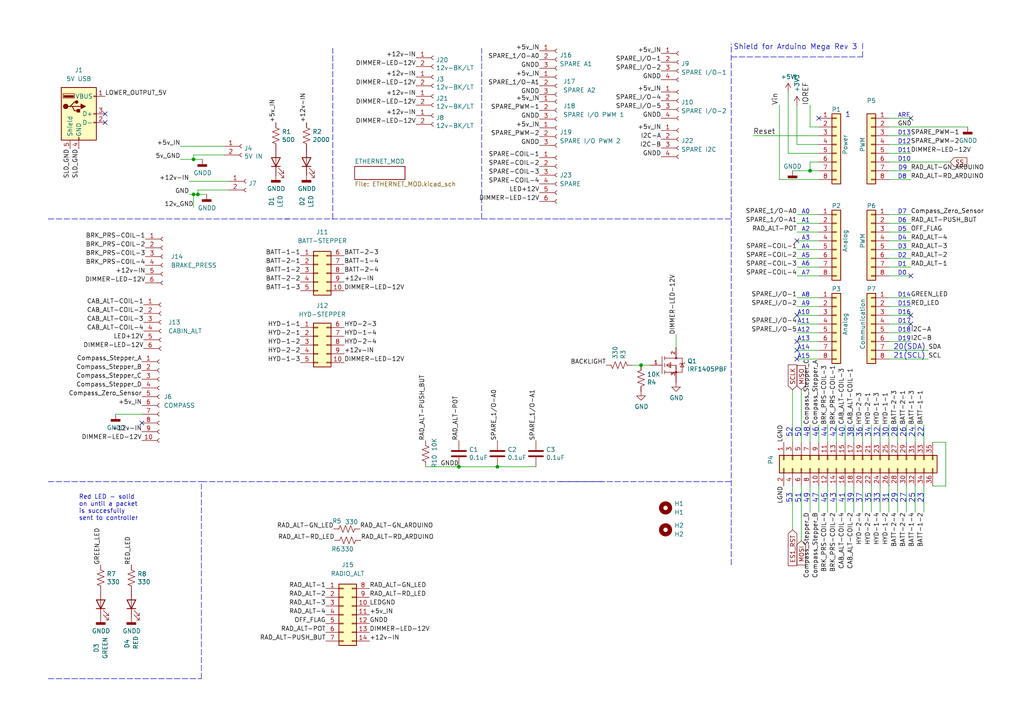
<source format=kicad_sch>
(kicad_sch (version 20211123) (generator eeschema)
  (paper "A4")
  (title_block (date "mar. 31 mars 2015"))
  (lib_symbols
    (symbol "Connector:Conn_01x02_Female" (pin_names (offset 1.016) hide)
      (property "Reference" "J" (at 0 2.54 0))
      (property "Value" "Conn_01x02_Female" (at 0 -5.08 0))
      (symbol "Conn_01x02_Female_1_1"
        (pin passive line (at -5.08 0 0) (length 3.81) (name "Pin_1") (number "1"))
        (pin passive line (at -5.08 -2.54 0) (length 3.81) (name "Pin_2") (number "2"))
      )
    )
    (symbol "Connector:Conn_01x03_Female" (pin_names (offset 1.016) hide)
      (property "Reference" "J" (at 0 5.08 0))
      (property "Value" "Conn_01x03_Female" (at 0 -5.08 0))
      (symbol "Conn_01x03_Female_1_1"
        (pin passive line (at -5.08 2.54 0) (length 3.81) (name "Pin_1") (number "1"))
        (pin passive line (at -5.08 0 0) (length 3.81) (name "Pin_2") (number "2"))
        (pin passive line (at -5.08 -2.54 0) (length 3.81) (name "Pin_3") (number "3"))
      )
    )
    (symbol "Connector:Conn_01x04_Female" (pin_names (offset 1.016) hide)
      (property "Reference" "J" (at 0 5.08 0))
      (property "Value" "Conn_01x04_Female" (at 0 -7.62 0))
      (symbol "Conn_01x04_Female_1_1"
        (pin passive line (at -5.08 2.54 0) (length 3.81) (name "Pin_1") (number "1"))
        (pin passive line (at -5.08 0 0) (length 3.81) (name "Pin_2") (number "2"))
        (pin passive line (at -5.08 -2.54 0) (length 3.81) (name "Pin_3") (number "3"))
        (pin passive line (at -5.08 -5.08 0) (length 3.81) (name "Pin_4") (number "4"))
      )
    )
    (symbol "Connector:Conn_01x06_Female" (pin_names (offset 1.016) hide)
      (property "Reference" "J" (at 0 7.62 0))
      (property "Value" "Conn_01x06_Female" (at 0 -10.16 0))
      (symbol "Conn_01x06_Female_1_1"
        (pin passive line (at -5.08 5.08 0) (length 3.81) (name "Pin_1") (number "1"))
        (pin passive line (at -5.08 2.54 0) (length 3.81) (name "Pin_2") (number "2"))
        (pin passive line (at -5.08 0 0) (length 3.81) (name "Pin_3") (number "3"))
        (pin passive line (at -5.08 -2.54 0) (length 3.81) (name "Pin_4") (number "4"))
        (pin passive line (at -5.08 -5.08 0) (length 3.81) (name "Pin_5") (number "5"))
        (pin passive line (at -5.08 -7.62 0) (length 3.81) (name "Pin_6") (number "6"))
      )
    )
    (symbol "Connector:Conn_01x10_Female" (pin_names (offset 1.016) hide)
      (property "Reference" "J" (at 0 12.7 0))
      (property "Value" "Conn_01x10_Female" (at 0 -15.24 0))
      (symbol "Conn_01x10_Female_1_1"
        (pin passive line (at -5.08 10.16 0) (length 3.81) (name "Pin_1") (number "1"))
        (pin passive line (at -5.08 -12.7 0) (length 3.81) (name "Pin_10") (number "10"))
        (pin passive line (at -5.08 7.62 0) (length 3.81) (name "Pin_2") (number "2"))
        (pin passive line (at -5.08 5.08 0) (length 3.81) (name "Pin_3") (number "3"))
        (pin passive line (at -5.08 2.54 0) (length 3.81) (name "Pin_4") (number "4"))
        (pin passive line (at -5.08 0 0) (length 3.81) (name "Pin_5") (number "5"))
        (pin passive line (at -5.08 -2.54 0) (length 3.81) (name "Pin_6") (number "6"))
        (pin passive line (at -5.08 -5.08 0) (length 3.81) (name "Pin_7") (number "7"))
        (pin passive line (at -5.08 -7.62 0) (length 3.81) (name "Pin_8") (number "8"))
        (pin passive line (at -5.08 -10.16 0) (length 3.81) (name "Pin_9") (number "9"))
      )
    )
    (symbol "Connector:USB_A" (pin_names (offset 1.016))
      (property "Reference" "J" (at -5.08 11.43 0))
      (property "Value" "USB_A" (at -5.08 8.89 0))
      (symbol "USB_A_1_1"
        (pin power_in line (at 7.62 5.08 180) (length 2.54) (name "VBUS") (number "1"))
        (pin bidirectional line (at 7.62 -2.54 180) (length 2.54) (name "D-") (number "2"))
        (pin bidirectional line (at 7.62 0 180) (length 2.54) (name "D+") (number "3"))
        (pin power_in line (at 0 -10.16 90) (length 2.54) (name "GND") (number "4"))
        (pin passive line (at -2.54 -10.16 90) (length 2.54) (name "Shield") (number "5"))
      )
    )
    (symbol "Connector_Generic:Conn_01x08" (pin_names (offset 1.016) hide)
      (property "Reference" "J" (at 0 10.16 0))
      (property "Value" "Conn_01x08" (at 0 -12.7 0))
      (symbol "Conn_01x08_1_1"
        (pin passive line (at -5.08 7.62 0) (length 3.81) (name "Pin_1") (number "1"))
        (pin passive line (at -5.08 5.08 0) (length 3.81) (name "Pin_2") (number "2"))
        (pin passive line (at -5.08 2.54 0) (length 3.81) (name "Pin_3") (number "3"))
        (pin passive line (at -5.08 0 0) (length 3.81) (name "Pin_4") (number "4"))
        (pin passive line (at -5.08 -2.54 0) (length 3.81) (name "Pin_5") (number "5"))
        (pin passive line (at -5.08 -5.08 0) (length 3.81) (name "Pin_6") (number "6"))
        (pin passive line (at -5.08 -7.62 0) (length 3.81) (name "Pin_7") (number "7"))
        (pin passive line (at -5.08 -10.16 0) (length 3.81) (name "Pin_8") (number "8"))
      )
    )
    (symbol "Connector_Generic:Conn_02x05_Top_Bottom" (pin_names (offset 1.016) hide)
      (property "Reference" "J" (at 1.27 7.62 0))
      (property "Value" "Conn_02x05_Top_Bottom" (at 1.27 -7.62 0))
      (symbol "Conn_02x05_Top_Bottom_1_1"
        (pin passive line (at -5.08 5.08 0) (length 3.81) (name "Pin_1") (number "1"))
        (pin passive line (at 7.62 -5.08 180) (length 3.81) (name "Pin_10") (number "10"))
        (pin passive line (at -5.08 2.54 0) (length 3.81) (name "Pin_2") (number "2"))
        (pin passive line (at -5.08 0 0) (length 3.81) (name "Pin_3") (number "3"))
        (pin passive line (at -5.08 -2.54 0) (length 3.81) (name "Pin_4") (number "4"))
        (pin passive line (at -5.08 -5.08 0) (length 3.81) (name "Pin_5") (number "5"))
        (pin passive line (at 7.62 5.08 180) (length 3.81) (name "Pin_6") (number "6"))
        (pin passive line (at 7.62 2.54 180) (length 3.81) (name "Pin_7") (number "7"))
        (pin passive line (at 7.62 0 180) (length 3.81) (name "Pin_8") (number "8"))
        (pin passive line (at 7.62 -2.54 180) (length 3.81) (name "Pin_9") (number "9"))
      )
    )
    (symbol "Connector_Generic:Conn_02x07_Top_Bottom" (pin_names (offset 1.016) hide)
      (property "Reference" "J" (at 1.27 10.16 0))
      (property "Value" "Conn_02x07_Top_Bottom" (at 1.27 -10.16 0))
      (symbol "Conn_02x07_Top_Bottom_1_1"
        (pin passive line (at -5.08 7.62 0) (length 3.81) (name "Pin_1") (number "1"))
        (pin passive line (at 7.62 2.54 180) (length 3.81) (name "Pin_10") (number "10"))
        (pin passive line (at 7.62 0 180) (length 3.81) (name "Pin_11") (number "11"))
        (pin passive line (at 7.62 -2.54 180) (length 3.81) (name "Pin_12") (number "12"))
        (pin passive line (at 7.62 -5.08 180) (length 3.81) (name "Pin_13") (number "13"))
        (pin passive line (at 7.62 -7.62 180) (length 3.81) (name "Pin_14") (number "14"))
        (pin passive line (at -5.08 5.08 0) (length 3.81) (name "Pin_2") (number "2"))
        (pin passive line (at -5.08 2.54 0) (length 3.81) (name "Pin_3") (number "3"))
        (pin passive line (at -5.08 0 0) (length 3.81) (name "Pin_4") (number "4"))
        (pin passive line (at -5.08 -2.54 0) (length 3.81) (name "Pin_5") (number "5"))
        (pin passive line (at -5.08 -5.08 0) (length 3.81) (name "Pin_6") (number "6"))
        (pin passive line (at -5.08 -7.62 0) (length 3.81) (name "Pin_7") (number "7"))
        (pin passive line (at 7.62 7.62 180) (length 3.81) (name "Pin_8") (number "8"))
        (pin passive line (at 7.62 5.08 180) (length 3.81) (name "Pin_9") (number "9"))
      )
    )
    (symbol "Connector_Generic:Conn_02x18_Odd_Even" (pin_names (offset 1.016) hide)
      (property "Reference" "J" (at 1.27 22.86 0))
      (property "Value" "Conn_02x18_Odd_Even" (at 1.27 -25.4 0))
      (symbol "Conn_02x18_Odd_Even_1_1"
        (pin passive line (at -5.08 20.32 0) (length 3.81) (name "Pin_1") (number "1"))
        (pin passive line (at 7.62 10.16 180) (length 3.81) (name "Pin_10") (number "10"))
        (pin passive line (at -5.08 7.62 0) (length 3.81) (name "Pin_11") (number "11"))
        (pin passive line (at 7.62 7.62 180) (length 3.81) (name "Pin_12") (number "12"))
        (pin passive line (at -5.08 5.08 0) (length 3.81) (name "Pin_13") (number "13"))
        (pin passive line (at 7.62 5.08 180) (length 3.81) (name "Pin_14") (number "14"))
        (pin passive line (at -5.08 2.54 0) (length 3.81) (name "Pin_15") (number "15"))
        (pin passive line (at 7.62 2.54 180) (length 3.81) (name "Pin_16") (number "16"))
        (pin passive line (at -5.08 0 0) (length 3.81) (name "Pin_17") (number "17"))
        (pin passive line (at 7.62 0 180) (length 3.81) (name "Pin_18") (number "18"))
        (pin passive line (at -5.08 -2.54 0) (length 3.81) (name "Pin_19") (number "19"))
        (pin passive line (at 7.62 20.32 180) (length 3.81) (name "Pin_2") (number "2"))
        (pin passive line (at 7.62 -2.54 180) (length 3.81) (name "Pin_20") (number "20"))
        (pin passive line (at -5.08 -5.08 0) (length 3.81) (name "Pin_21") (number "21"))
        (pin passive line (at 7.62 -5.08 180) (length 3.81) (name "Pin_22") (number "22"))
        (pin passive line (at -5.08 -7.62 0) (length 3.81) (name "Pin_23") (number "23"))
        (pin passive line (at 7.62 -7.62 180) (length 3.81) (name "Pin_24") (number "24"))
        (pin passive line (at -5.08 -10.16 0) (length 3.81) (name "Pin_25") (number "25"))
        (pin passive line (at 7.62 -10.16 180) (length 3.81) (name "Pin_26") (number "26"))
        (pin passive line (at -5.08 -12.7 0) (length 3.81) (name "Pin_27") (number "27"))
        (pin passive line (at 7.62 -12.7 180) (length 3.81) (name "Pin_28") (number "28"))
        (pin passive line (at -5.08 -15.24 0) (length 3.81) (name "Pin_29") (number "29"))
        (pin passive line (at -5.08 17.78 0) (length 3.81) (name "Pin_3") (number "3"))
        (pin passive line (at 7.62 -15.24 180) (length 3.81) (name "Pin_30") (number "30"))
        (pin passive line (at -5.08 -17.78 0) (length 3.81) (name "Pin_31") (number "31"))
        (pin passive line (at 7.62 -17.78 180) (length 3.81) (name "Pin_32") (number "32"))
        (pin passive line (at -5.08 -20.32 0) (length 3.81) (name "Pin_33") (number "33"))
        (pin passive line (at 7.62 -20.32 180) (length 3.81) (name "Pin_34") (number "34"))
        (pin passive line (at -5.08 -22.86 0) (length 3.81) (name "Pin_35") (number "35"))
        (pin passive line (at 7.62 -22.86 180) (length 3.81) (name "Pin_36") (number "36"))
        (pin passive line (at 7.62 17.78 180) (length 3.81) (name "Pin_4") (number "4"))
        (pin passive line (at -5.08 15.24 0) (length 3.81) (name "Pin_5") (number "5"))
        (pin passive line (at 7.62 15.24 180) (length 3.81) (name "Pin_6") (number "6"))
        (pin passive line (at -5.08 12.7 0) (length 3.81) (name "Pin_7") (number "7"))
        (pin passive line (at 7.62 12.7 180) (length 3.81) (name "Pin_8") (number "8"))
        (pin passive line (at -5.08 10.16 0) (length 3.81) (name "Pin_9") (number "9"))
      )
    )
    (symbol "Device:C" (pin_numbers hide) (pin_names (offset 0.254))
      (property "Reference" "C" (at 0.635 2.54 0))
      (property "Value" "C" (at 0.635 -2.54 0))
      (symbol "C_1_1"
        (pin passive line (at 0 3.81 270) (length 2.794) (name "~") (number "1"))
        (pin passive line (at 0 -3.81 90) (length 2.794) (name "~") (number "2"))
      )
    )
    (symbol "Device:LED" (pin_numbers hide) (pin_names (offset 1.016) hide)
      (property "Reference" "D" (at 0 2.54 0))
      (property "Value" "LED" (at 0 -2.54 0))
      (symbol "LED_1_1"
        (pin passive line (at -3.81 0 0) (length 2.54) (name "K") (number "1"))
        (pin passive line (at 3.81 0 180) (length 2.54) (name "A") (number "2"))
      )
    )
    (symbol "Device:R_US" (pin_numbers hide) (pin_names (offset 0))
      (property "Reference" "R" (at 2.54 0 90))
      (property "Value" "R_US" (at -2.54 0 90))
      (symbol "R_US_1_1"
        (pin passive line (at 0 3.81 270) (length 1.27) (name "~") (number "1"))
        (pin passive line (at 0 -3.81 90) (length 1.27) (name "~") (number "2"))
      )
    )
    (symbol "Hornet-Forward-Output-Upper-Shield-rescue:IRF1405PBF-Mosfet-Hornet-Forward-Output-Upper-Shield-rescue" (pin_names (offset 1.016))
      (property "Reference" "Q" (at 0 7.62 0))
      (property "Value" "IRF1405PBF-Mosfet-Hornet-Forward-Output-Upper-Shield-rescue" (at 0 10.16 0))
      (symbol "IRF1405PBF-Mosfet-Hornet-Forward-Output-Upper-Shield-rescue_1_1"
        (pin passive line (at 2.54 0 0) (length 3.556) (name "G") (number "1"))
        (pin passive line (at 10.16 5.08 270) (length 3.048) (name "D") (number "2"))
        (pin passive line (at 10.16 -5.08 90) (length 5.08) (name "S") (number "3"))
      )
    )
    (symbol "Mechanical:MountingHole" (pin_names (offset 1.016))
      (property "Reference" "H" (at 0 5.08 0))
      (property "Value" "MountingHole" (at 0 3.175 0))
    )
    (symbol "power:+3V3" (power) (pin_names (offset 0))
      (property "Value" "+3V3" (at 0 3.556 0))
      (symbol "+3V3_1_1"
        (pin power_in line (at 0 0 90) (length 0) hide (name "+3V3") (number "1"))
      )
    )
    (symbol "power:+5VL" (power) (pin_names (offset 0))
      (property "Value" "+5VL" (at 0 3.556 0))
      (symbol "+5VL_1_1"
        (pin power_in line (at 0 0 90) (length 0) hide (name "+5VL") (number "1"))
      )
    )
    (symbol "power:GND" (power) (pin_names (offset 0))
      (property "Value" "GND" (at 0 -3.81 0))
      (symbol "GND_1_1"
        (pin power_in line (at 0 0 270) (length 0) hide (name "GND") (number "1"))
      )
    )
    (symbol "power:GNDD" (power) (pin_names (offset 0))
      (property "Value" "GNDD" (at 0 -3.175 0))
      (symbol "GNDD_1_1"
        (pin power_in line (at 0 0 270) (length 0) hide (name "GNDD") (number "1"))
      )
    )
  )
  (junction (at 57.404 56.388))
  (junction (at 133.096 135.382))
  (junction (at 56.134 56.388))
  (junction (at 234.95 49.53))
  (junction (at 56.134 46.228))
  (junction (at 185.928 105.918))
  (junction (at 144.272 135.382))
  (no_connect (at 231.14 69.85))
  (no_connect (at 264.16 34.29))
  (no_connect (at 231.14 99.06))
  (no_connect (at 264.16 93.98))
  (no_connect (at 231.14 101.6))
  (no_connect (at 264.16 80.01))
  (no_connect (at 264.16 91.44))
  (no_connect (at 231.14 104.14))
  (no_connect (at 41.148 122.682))
  (no_connect (at 237.49 34.29))
  (no_connect (at 231.14 91.44))
  (no_connect (at 30.48 35.56))
  (no_connect (at 30.48 33.02))
  (polyline (pts (xy 139.7 63.5) (xy 139.7 13.97)))
  (wire (pts (xy 237.49 49.53) (xy 234.95 49.53)))
  (wire (pts (xy 218.44 39.37) (xy 237.49 39.37)))
  (wire (pts (xy 41.148 120.142) (xy 33.528 120.142)))
  (wire (pts (xy 229.87 140.97) (xy 229.87 153.67)))
  (wire (pts (xy 228.6 26.67) (xy 228.6 44.45)))
  (wire (pts (xy 257.81 39.37) (xy 264.16 39.37)))
  (wire (pts (xy 240.03 128.27) (xy 240.03 123.19)))
  (polyline (pts (xy 82.55 63.5) (xy 139.7 63.5)))
  (wire (pts (xy 274.32 140.97) (xy 270.51 140.97)))
  (wire (pts (xy 257.81 104.14) (xy 269.24 104.14)))
  (wire (pts (xy 260.35 128.27) (xy 260.35 123.19)))
  (wire (pts (xy 264.16 72.39) (xy 257.81 72.39)))
  (wire (pts (xy 237.49 46.99) (xy 234.95 46.99)))
  (wire (pts (xy 274.32 128.27) (xy 274.32 140.97)))
  (wire (pts (xy 237.49 36.83) (xy 234.95 36.83)))
  (wire (pts (xy 257.81 91.44) (xy 264.16 91.44)))
  (wire (pts (xy 56.134 44.958) (xy 56.134 46.228)))
  (wire (pts (xy 65.024 44.958) (xy 56.134 44.958)))
  (wire (pts (xy 232.41 128.27) (xy 232.41 113.03)))
  (wire (pts (xy 240.03 140.97) (xy 240.03 148.59)))
  (polyline (pts (xy 162.306 63.5) (xy 212.09 63.5)))
  (wire (pts (xy 237.49 96.52) (xy 231.14 96.52)))
  (wire (pts (xy 237.49 72.39) (xy 231.14 72.39)))
  (polyline (pts (xy 13.97 139.7) (xy 58.42 139.7)))
  (wire (pts (xy 247.65 140.97) (xy 247.65 148.59)))
  (wire (pts (xy 265.43 140.97) (xy 265.43 148.59)))
  (wire (pts (xy 226.06 52.07) (xy 226.06 30.48)))
  (wire (pts (xy 57.404 56.388) (xy 59.944 56.388)))
  (wire (pts (xy 257.81 44.45) (xy 264.16 44.45)))
  (wire (pts (xy 234.95 36.83) (xy 234.95 30.48)))
  (wire (pts (xy 237.49 62.23) (xy 231.14 62.23)))
  (wire (pts (xy 144.272 135.382) (xy 155.448 135.382)))
  (wire (pts (xy 264.16 69.85) (xy 257.81 69.85)))
  (wire (pts (xy 231.14 41.91) (xy 237.49 41.91)))
  (wire (pts (xy 257.81 74.93) (xy 264.16 74.93)))
  (wire (pts (xy 237.49 99.06) (xy 231.14 99.06)))
  (wire (pts (xy 232.41 140.97) (xy 232.41 156.845)))
  (wire (pts (xy 133.096 135.382) (xy 144.272 135.382)))
  (wire (pts (xy 234.95 128.27) (xy 234.95 123.19)))
  (wire (pts (xy 245.11 128.27) (xy 245.11 123.19)))
  (polyline (pts (xy 212.09 163.83) (xy 212.09 12.7)))
  (polyline (pts (xy 250.19 16.51) (xy 250.19 12.065)))
  (wire (pts (xy 255.27 140.97) (xy 255.27 148.59)))
  (wire (pts (xy 257.81 128.27) (xy 257.81 123.19)))
  (wire (pts (xy 257.81 86.36) (xy 264.16 86.36)))
  (wire (pts (xy 229.87 128.27) (xy 229.87 113.03)))
  (wire (pts (xy 262.89 128.27) (xy 262.89 123.19)))
  (wire (pts (xy 56.134 46.228) (xy 58.674 46.228)))
  (polyline (pts (xy 139.7 63.5) (xy 162.306 63.5)))
  (polyline (pts (xy 212.09 16.51) (xy 250.19 16.51)))
  (wire (pts (xy 234.95 49.53) (xy 229.87 49.53)))
  (polyline (pts (xy 58.42 196.85) (xy 58.42 139.7)))
  (wire (pts (xy 237.49 77.47) (xy 231.14 77.47)))
  (wire (pts (xy 237.49 128.27) (xy 237.49 123.19)))
  (wire (pts (xy 234.95 140.97) (xy 234.95 148.59)))
  (wire (pts (xy 123.444 135.382) (xy 133.096 135.382)))
  (wire (pts (xy 237.49 101.6) (xy 231.14 101.6)))
  (wire (pts (xy 257.81 49.53) (xy 264.16 49.53)))
  (wire (pts (xy 185.928 105.918) (xy 188.468 105.918)))
  (wire (pts (xy 54.864 52.578) (xy 66.294 52.578)))
  (polyline (pts (xy 162.306 139.7) (xy 212.09 139.7)))
  (wire (pts (xy 252.73 128.27) (xy 252.73 123.19)))
  (polyline (pts (xy 13.97 63.5) (xy 83.82 63.5)))
  (wire (pts (xy 237.49 86.36) (xy 231.14 86.36)))
  (wire (pts (xy 237.49 91.44) (xy 231.14 91.44)))
  (wire (pts (xy 257.81 77.47) (xy 264.16 77.47)))
  (wire (pts (xy 245.11 140.97) (xy 245.11 148.59)))
  (wire (pts (xy 267.97 140.97) (xy 267.97 148.59)))
  (wire (pts (xy 257.81 46.99) (xy 275.59 46.99)))
  (wire (pts (xy 237.49 67.31) (xy 231.14 67.31)))
  (wire (pts (xy 237.49 88.9) (xy 231.14 88.9)))
  (polyline (pts (xy 13.97 196.85) (xy 58.42 196.85)))
  (wire (pts (xy 257.81 62.23) (xy 264.16 62.23)))
  (wire (pts (xy 237.49 93.98) (xy 231.14 93.98)))
  (wire (pts (xy 231.14 30.48) (xy 231.14 41.91)))
  (wire (pts (xy 257.81 36.83) (xy 280.67 36.83)))
  (wire (pts (xy 237.49 74.93) (xy 231.14 74.93)))
  (wire (pts (xy 234.95 46.99) (xy 234.95 49.53)))
  (wire (pts (xy 237.49 64.77) (xy 231.14 64.77)))
  (wire (pts (xy 56.134 56.388) (xy 56.134 60.198)))
  (wire (pts (xy 183.388 105.918) (xy 185.928 105.918)))
  (wire (pts (xy 242.57 128.27) (xy 242.57 123.19)))
  (wire (pts (xy 257.81 96.52) (xy 264.16 96.52)))
  (wire (pts (xy 237.49 140.97) (xy 237.49 148.59)))
  (wire (pts (xy 269.24 101.6) (xy 257.81 101.6)))
  (wire (pts (xy 237.49 104.14) (xy 231.14 104.14)))
  (wire (pts (xy 274.32 128.27) (xy 270.51 128.27)))
  (polyline (pts (xy 83.82 139.7) (xy 175.26 139.7)))
  (wire (pts (xy 257.81 34.29) (xy 264.16 34.29)))
  (wire (pts (xy 262.89 140.97) (xy 262.89 148.59)))
  (wire (pts (xy 257.81 52.07) (xy 264.16 52.07)))
  (wire (pts (xy 255.27 128.27) (xy 255.27 123.19)))
  (wire (pts (xy 257.81 88.9) (xy 264.16 88.9)))
  (wire (pts (xy 257.81 80.01) (xy 264.16 80.01)))
  (wire (pts (xy 237.49 80.01) (xy 231.14 80.01)))
  (wire (pts (xy 260.35 140.97) (xy 260.35 148.59)))
  (wire (pts (xy 52.324 42.418) (xy 65.024 42.418)))
  (wire (pts (xy 56.134 56.388) (xy 57.404 56.388)))
  (wire (pts (xy 265.43 128.27) (xy 265.43 123.19)))
  (polyline (pts (xy 96.52 63.5) (xy 96.52 13.97)))
  (wire (pts (xy 247.65 128.27) (xy 247.65 123.19)))
  (polyline (pts (xy 58.42 139.7) (xy 83.82 139.7)))
  (wire (pts (xy 257.81 93.98) (xy 264.16 93.98)))
  (wire (pts (xy 257.81 41.91) (xy 264.16 41.91)))
  (wire (pts (xy 250.19 140.97) (xy 250.19 148.59)))
  (wire (pts (xy 52.324 46.228) (xy 56.134 46.228)))
  (wire (pts (xy 257.81 99.06) (xy 264.16 99.06)))
  (wire (pts (xy 57.404 55.118) (xy 57.404 56.388)))
  (wire (pts (xy 228.6 44.45) (xy 237.49 44.45)))
  (wire (pts (xy 54.864 56.388) (xy 56.134 56.388)))
  (wire (pts (xy 252.73 140.97) (xy 252.73 148.59)))
  (wire (pts (xy 257.81 140.97) (xy 257.81 148.59)))
  (wire (pts (xy 257.81 64.77) (xy 264.16 64.77)))
  (wire (pts (xy 267.97 128.27) (xy 267.97 123.19)))
  (wire (pts (xy 237.49 69.85) (xy 231.14 69.85)))
  (wire (pts (xy 242.57 140.97) (xy 242.57 148.59)))
  (wire (pts (xy 237.49 52.07) (xy 226.06 52.07)))
  (wire (pts (xy 264.16 67.31) (xy 257.81 67.31)))
  (wire (pts (xy 250.19 128.27) (xy 250.19 123.19)))
  (wire (pts (xy 196.088 97.028) (xy 196.088 100.838)))
  (wire (pts (xy 66.294 55.118) (xy 57.404 55.118)))
  (text "A14" (at 234.95 101.6 180) (effects (font (size 1.27 1.27)) (justify right bottom)))
  (text "24" (at 265.43 127 90) (effects (font (size 1.524 1.524)) (justify left bottom)))
  (text "ARF" (at 260.35 34.29 0) (effects (font (size 1.27 1.27)) (justify left bottom)))
  (text "50" (at 232.41 127 90) (effects (font (size 1.524 1.524)) (justify left bottom)))
  (text "D7" (at 260.35 62.23 0) (effects (font (size 1.27 1.27)) (justify left bottom)))
  (text "D1" (at 260.35 77.47 0) (effects (font (size 1.27 1.27)) (justify left bottom)))
  (text "A5" (at 234.95 74.93 180) (effects (font (size 1.27 1.27)) (justify right bottom)))
  (text "D2" (at 260.35 74.93 0) (effects (font (size 1.27 1.27)) (justify left bottom)))
  (text "33" (at 255.27 146.05 90) (effects (font (size 1.524 1.524)) (justify left bottom)))
  (text "D3" (at 260.35 72.39 0) (effects (font (size 1.27 1.27)) (justify left bottom)))
  (text "Shield for Arduino Mega Rev 3" (at 212.725 14.605 0) (effects (font (size 1.524 1.524)) (justify left bottom)))
  (text "D0\n" (at 260.35 80.01 0) (effects (font (size 1.27 1.27)) (justify left bottom)))
  (text "D10" (at 260.35 46.99 0) (effects (font (size 1.27 1.27)) (justify left bottom)))
  (text "D6" (at 260.35 64.77 0) (effects (font (size 1.27 1.27)) (justify left bottom)))
  (text "34" (at 252.73 127 90) (effects (font (size 1.524 1.524)) (justify left bottom)))
  (text "A8" (at 234.95 86.36 180) (effects (font (size 1.27 1.27)) (justify right bottom)))
  (text "44" (at 240.03 126.9443 90) (effects (font (size 1.524 1.524)) (justify left bottom)))
  (text "38" (at 247.65 127 90) (effects (font (size 1.524 1.524)) (justify left bottom)))
  (text "39" (at 247.65 146.05 90) (effects (font (size 1.524 1.524)) (justify left bottom)))
  (text "A4" (at 234.95 72.39 180) (effects (font (size 1.27 1.27)) (justify right bottom)))
  (text "23" (at 267.97 146.05 90) (effects (font (size 1.524 1.524)) (justify left bottom)))
  (text "D13" (at 260.35 39.37 0) (effects (font (size 1.27 1.27)) (justify left bottom)))
  (text "45" (at 240.03 146.05 90) (effects (font (size 1.524 1.524)) (justify left bottom)))
  (text "27" (at 262.89 146.05 90) (effects (font (size 1.524 1.524)) (justify left bottom)))
  (text "D9" (at 260.4525 49.53 0) (effects (font (size 1.27 1.27)) (justify left bottom)))
  (text "37" (at 250.19 146.05 90) (effects (font (size 1.524 1.524)) (justify left bottom)))
  (text "Red LED - solid\non until a packet\nis succesfully \nsent to controller" (at 22.86 151.13 0) (effects (font (size 1.27 1.27)) (justify left bottom)))
  (text "A6\n\n" (at 234.95 79.375 180) (effects (font (size 1.27 1.27)) (justify right bottom)))
  (text "43" (at 242.57 146.05 90) (effects (font (size 1.524 1.524)) (justify left bottom)))
  (text "A13" (at 234.95 99.06 180) (effects (font (size 1.27 1.27)) (justify right bottom)))
  (text "26" (at 262.89 127 90) (effects (font (size 1.524 1.524)) (justify left bottom)))
  (text "32" (at 255.27 127 90) (effects (font (size 1.524 1.524)) (justify left bottom)))
  (text "A12" (at 234.95 96.52 180) (effects (font (size 1.27 1.27)) (justify right bottom)))
  (text "22" (at 267.97 127 90) (effects (font (size 1.524 1.524)) (justify left bottom)))
  (text "48" (at 234.95 126.9443 90) (effects (font (size 1.524 1.524)) (justify left bottom)))
  (text "D14" (at 260.35 86.36 0) (effects (font (size 1.27 1.27)) (justify left bottom)))
  (text "A15" (at 234.95 104.14 180) (effects (font (size 1.27 1.27)) (justify right bottom)))
  (text "31" (at 257.81 146.05 90) (effects (font (size 1.524 1.524)) (justify left bottom)))
  (text "30" (at 257.81 127 90) (effects (font (size 1.524 1.524)) (justify left bottom)))
  (text "46" (at 237.49 126.9443 90) (effects (font (size 1.524 1.524)) (justify left bottom)))
  (text "42" (at 242.57 126.9443 90) (effects (font (size 1.524 1.524)) (justify left bottom)))
  (text "D15" (at 260.35 88.9 0) (effects (font (size 1.27 1.27)) (justify left bottom)))
  (text "53" (at 229.87 146.05 90) (effects (font (size 1.524 1.524)) (justify left bottom)))
  (text "29" (at 260.35 146.05 90) (effects (font (size 1.524 1.524)) (justify left bottom)))
  (text "1" (at 245.11 34.29 0) (effects (font (size 1.524 1.524)) (justify left bottom)))
  (text "A0" (at 234.95 62.23 180) (effects (font (size 1.27 1.27)) (justify right bottom)))
  (text "D12" (at 260.35 41.91 0) (effects (font (size 1.27 1.27)) (justify left bottom)))
  (text "A11" (at 234.95 93.98 180) (effects (font (size 1.27 1.27)) (justify right bottom)))
  (text "A9" (at 234.95 88.9 180) (effects (font (size 1.27 1.27)) (justify right bottom)))
  (text "D17" (at 260.35 93.98 0) (effects (font (size 1.27 1.27)) (justify left bottom)))
  (text "A7" (at 234.95 80.01 180) (effects (font (size 1.27 1.27)) (justify right bottom)))
  (text "D11" (at 260.35 44.45 0) (effects (font (size 1.27 1.27)) (justify left bottom)))
  (text "A1" (at 234.95 64.77 180) (effects (font (size 1.27 1.27)) (justify right bottom)))
  (text "20(SDA)" (at 259.08 101.6 0) (effects (font (size 1.524 1.524)) (justify left bottom)))
  (text "41" (at 245.11 146.05 90) (effects (font (size 1.524 1.524)) (justify left bottom)))
  (text "21(SCL)" (at 259.08 104.14 0) (effects (font (size 1.524 1.524)) (justify left bottom)))
  (text "49" (at 234.95 146.05 90) (effects (font (size 1.524 1.524)) (justify left bottom)))
  (text "40" (at 245.11 127 90) (effects (font (size 1.524 1.524)) (justify left bottom)))
  (text "D19\n" (at 260.35 99.06 0) (effects (font (size 1.27 1.27)) (justify left bottom)))
  (text "D16" (at 260.35 91.44 0) (effects (font (size 1.27 1.27)) (justify left bottom)))
  (text "A3" (at 234.95 69.85 180) (effects (font (size 1.27 1.27)) (justify right bottom)))
  (text "D8" (at 260.35 52.07 0) (effects (font (size 1.27 1.27)) (justify left bottom)))
  (text "25" (at 265.43 146.05 90) (effects (font (size 1.524 1.524)) (justify left bottom)))
  (text "47" (at 237.49 146.05 90) (effects (font (size 1.524 1.524)) (justify left bottom)))
  (text "51" (at 232.41 146.05 90) (effects (font (size 1.524 1.524)) (justify left bottom)))
  (text "35" (at 252.73 146.05 90) (effects (font (size 1.524 1.524)) (justify left bottom)))
  (text "52" (at 229.87 127 90) (effects (font (size 1.524 1.524)) (justify left bottom)))
  (text "28" (at 260.35 127 90) (effects (font (size 1.524 1.524)) (justify left bottom)))
  (text "A2" (at 234.95 67.31 180) (effects (font (size 1.27 1.27)) (justify right bottom)))
  (text "A10" (at 234.95 91.44 180) (effects (font (size 1.27 1.27)) (justify right bottom)))
  (text "36" (at 250.19 127 90) (effects (font (size 1.524 1.524)) (justify left bottom)))
  (text "D18" (at 260.35 96.52 0) (effects (font (size 1.27 1.27)) (justify left bottom)))
  (text "D4" (at 260.35 69.85 0) (effects (font (size 1.27 1.27)) (justify left bottom)))
  (text "D5" (at 260.35 67.31 0) (effects (font (size 1.27 1.27)) (justify left bottom)))
  (label "BRK_PRS-COIL-1" (at 242.57 123.19 90))
  (label "RAD_ALT-RD_ARDUINO" (at 104.648 156.718 0))
  (label "+5v_IN" (at 156.464 22.352 180))
  (label "BRK_PRS-COIL-3" (at 240.03 123.19 90))
  (label "SPARE_PWM-2" (at 156.464 39.624 180))
  (label "GNDD" (at 191.77 23.114 180))
  (label "RAD_ALT-RD_LED" (at 97.028 156.718 180))
  (label "+5v_IN" (at 191.77 15.494 180))
  (label "GND" (at 54.864 56.388 180))
  (label "+5v_IN" (at 156.464 37.084 180))
  (label "SPARE_I{slash}O-5" (at 191.77 31.75 180))
  (label "SPARE_I{slash}O-2" (at 231.14 88.9 180))
  (label "RAD_ALT-2" (at 94.488 173.228 180))
  (label "DIMMER-LED-12V" (at 99.822 84.328 0))
  (label "Compass_Zero_Sensor" (at 264.16 62.23 0))
  (label "BATT-1-4" (at 99.822 76.708 0))
  (label "+5v_IN" (at 156.464 14.732 180))
  (label "SPARE_PWM-1" (at 156.464 32.004 180))
  (label "BATT-1-4" (at 265.43 148.59 270))
  (label "Compass_Stepper_C" (at 41.148 109.982 180))
  (label "DIMMER-LED-12V" (at 120.65 24.892 180))
  (label "SPARE-COIL-3" (at 156.464 50.8 180))
  (label "RAD_ALT-PUSH_BUT" (at 94.488 185.928 180))
  (label "HYD-1-1" (at 257.81 123.19 90))
  (label "+12v-IN" (at 41.148 125.222 180))
  (label "RAD_ALT-3" (at 264.16 72.39 0))
  (label "SPARE_1{slash}O-A1" (at 156.464 24.892 180))
  (label "BATT-2-3" (at 99.822 74.168 0))
  (label "RAD_ALT-PUSH_BUT" (at 264.16 64.77 0))
  (label "SPARE_I{slash}O-2" (at 191.77 20.574 180))
  (label "RAD_ALT-RD_LED" (at 107.188 173.228 0))
  (label "LGND" (at 227.33 140.97 270))
  (label "HYD-2-3" (at 99.822 94.996 0))
  (label "BRK_PRS-COIL-4" (at 240.03 148.59 270))
  (label "RAD_ALT-1" (at 264.16 77.47 0))
  (label "SPARE-COIL-4" (at 156.464 53.34 180))
  (label "Vin" (at 226.06 30.48 90) (effects (font (size 1.524 1.524))))
  (label "DIMMER-LED-12V" (at 120.65 30.48 180))
  (label "SPARE-COIL-3" (at 231.14 77.47 180))
  (label "+5v_IN" (at 52.324 42.418 180))
  (label "IOREF" (at 234.95 30.48 90) (effects (font (size 1.524 1.524))))
  (label "LED+12V" (at 41.656 98.552 180))
  (label "GNDD" (at 191.77 34.29 180))
  (label "BACKLIGHT" (at 175.768 105.918 180))
  (label "CAB_ALT-COIL-4" (at 245.11 148.59 270))
  (label "+5v_IN" (at 41.148 117.602 180))
  (label "BATT-1-3" (at 265.43 123.19 90))
  (label "GNDD" (at 156.464 42.164 180))
  (label "HYD-1-4" (at 99.822 97.536 0))
  (label "SPARE_I{slash}O-4" (at 191.77 29.21 180))
  (label "SPARE-COIL-2" (at 231.14 74.93 180))
  (label "HYD-2-3" (at 250.19 123.19 90))
  (label "HYD-1-1" (at 87.122 94.996 180))
  (label "+12v-IN" (at 42.164 79.502 180))
  (label "HYD-2-4" (at 99.822 100.076 0))
  (label "BRK_PRS-COIL-4" (at 42.164 76.962 180))
  (label "SPARE-COIL-1" (at 156.464 45.72 180))
  (label "RAD_ALT-POT" (at 133.096 127.762 90))
  (label "SPARE_I{slash}O-5" (at 231.14 96.52 180))
  (label "OFF_FLAG" (at 264.16 67.31 0))
  (label "SPARE_1{slash}O-A1" (at 231.14 64.77 180))
  (label "Reset" (at 218.44 39.37 0) (effects (font (size 1.524 1.524))))
  (label "GNDD" (at 107.188 180.848 0))
  (label "12v_GND" (at 56.134 60.198 180))
  (label "CAB_ALT-COIL-4" (at 41.656 96.012 180))
  (label "CAB_ALT-COIL-3" (at 41.656 93.472 180))
  (label "RAD_ALT-1" (at 94.488 170.688 180))
  (label "CAB_ALT-COIL-3" (at 245.11 123.19 90))
  (label "SPARE_1{slash}O-A0" (at 144.272 127.762 90))
  (label "HYD-2-4" (at 250.19 148.59 270))
  (label "SLD_GND" (at 22.86 43.18 270))
  (label "GREEN_LED" (at 264.16 86.36 0))
  (label "RED_LED" (at 264.16 88.9 0))
  (label "DIMMER-LED-12V" (at 41.656 101.092 180))
  (label "GNDD" (at 133.096 135.382 180))
  (label "HYD-1-2" (at 87.122 100.076 180))
  (label "I2C-B" (at 264.16 99.06 0))
  (label "BATT-2-1" (at 262.89 123.19 90))
  (label "CAB_ALT-COIL-1" (at 247.65 123.19 90))
  (label "Compass_Stepper_A" (at 237.49 123.19 90))
  (label "OFF_FLAG" (at 94.488 180.848 180))
  (label "BATT-1-3" (at 87.122 84.328 180))
  (label "BATT-1-2" (at 87.122 79.248 180))
  (label "HYD-1-2" (at 257.81 148.59 270))
  (label "GNDD" (at 156.464 19.812 180))
  (label "DIMMER-LED-12V" (at 120.65 36.068 180))
  (label "SPARE_1{slash}O-A0" (at 231.14 62.23 180))
  (label "SLD_GND" (at 20.32 43.18 270))
  (label "BRK_PRS-COIL-2" (at 242.57 148.59 270))
  (label "SPARE_1{slash}O-A1" (at 155.448 127.762 90))
  (label "LGND" (at 227.33 128.27 90))
  (label "DIMMER-LED-12V" (at 99.822 105.156 0))
  (label "BATT-1-1" (at 267.97 123.19 90))
  (label "HYD-2-2" (at 252.73 148.59 270))
  (label "SCL" (at 269.24 104.14 0))
  (label "RAD_ALT-GN_LED" (at 96.774 153.416 180))
  (label "I2C-A" (at 191.77 40.386 180))
  (label "RAD_ALT-4" (at 94.488 178.308 180))
  (label "BATT-2-2" (at 87.122 81.788 180))
  (label "DIMMER-LED-12V" (at 264.16 44.45 0))
  (label "DIMMER-LED-12V" (at 41.148 127.762 180))
  (label "+12v-IN" (at 120.65 27.94 180))
  (label "RAD_ALT-PUSH_BUT" (at 123.444 127.762 90))
  (label "+12v-IN" (at 120.65 33.528 180))
  (label "RAD_ALT-2" (at 264.16 74.93 0))
  (label "HYD-2-1" (at 252.73 123.19 90))
  (label "+12v-IN" (at 120.65 22.352 180))
  (label "LEDGND" (at 107.188 175.768 0))
  (label "SDA" (at 269.24 101.6 0))
  (label "Compass_Stepper_B" (at 237.49 148.59 270))
  (label "RAD_ALT-GN_ARDUINO" (at 264.16 49.53 0))
  (label "+5v_IN" (at 191.77 37.846 180))
  (label "HYD-1-3" (at 87.122 105.156 180))
  (label "SPARE_PWM-1" (at 264.16 39.37 0))
  (label "+12v-IN" (at 99.822 102.616 0))
  (label "SPARE_I{slash}O-1" (at 191.77 18.034 180))
  (label "RAD_ALT-3" (at 94.488 175.768 180))
  (label "BATT-2-2" (at 262.89 148.59 270))
  (label "GNDD" (at 156.464 27.432 180))
  (label "+5v_IN" (at 107.188 178.308 0))
  (label "I2C-B" (at 191.77 42.926 180))
  (label "+12v-IN" (at 120.65 16.764 180))
  (label "DIMMER-LED-12V" (at 107.188 183.388 0))
  (label "5v_GND" (at 52.324 46.228 180))
  (label "SPARE_1{slash}O-A0" (at 156.464 17.272 180))
  (label "LED+12V" (at 156.464 55.88 180))
  (label "BATT-2-4" (at 99.822 79.248 0))
  (label "BATT-2-1" (at 87.122 76.708 180))
  (label "+5v_IN" (at 80.01 35.56 90))
  (label "BRK_PRS-COIL-1" (at 42.164 69.342 180))
  (label "BATT-1-2" (at 267.97 148.59 270))
  (label "GNDD" (at 156.464 34.544 180))
  (label "DIMMER-LED-12V" (at 196.088 97.028 90))
  (label "BATT-2-3" (at 260.35 123.19 90))
  (label "SPARE_PWM-2" (at 264.16 41.91 0))
  (label "HYD-2-1" (at 87.122 97.536 180))
  (label "BRK_PRS-COIL-2" (at 42.164 71.882 180))
  (label "SPARE-COIL-2" (at 156.464 48.26 180))
  (label "RAD_ALT-RD_ARDUINO" (at 264.16 52.07 0))
  (label "SPARE-COIL-1" (at 231.14 72.39 180))
  (label "+12v-IN" (at 54.864 52.578 180))
  (label "BATT-2-4" (at 260.35 148.59 270))
  (label "CAB_ALT-COIL-1" (at 41.656 88.392 180))
  (label "RAD_ALT-GN_LED" (at 107.188 170.688 0))
  (label "+5v_IN" (at 191.77 26.67 180))
  (label "DIMMER-LED-12V" (at 42.164 82.042 180))
  (label "BATT-1-1" (at 87.122 74.168 180))
  (label "BRK_PRS-COIL-3" (at 42.164 74.422 180))
  (label "GNDD" (at 191.77 45.466 180))
  (label "GND" (at 260.35 36.83 0))
  (label "GREEN_LED" (at 29.21 163.83 90))
  (label "HYD-2-2" (at 87.122 102.616 180))
  (label "SPARE_I{slash}O-1" (at 231.14 86.36 180))
  (label "RAD_ALT-POT" (at 94.488 183.388 180))
  (label "RAD_ALT-POT" (at 231.14 67.31 180))
  (label "Compass_Stepper_D" (at 234.95 148.59 270))
  (label "DIMMER-LED-12V" (at 120.65 19.304 180))
  (label "CAB_ALT-COIL-2" (at 41.656 90.932 180))
  (label "RAD_ALT-GN_ARDUINO" (at 104.394 153.416 0))
  (label "+12v-IN" (at 99.822 81.788 0))
  (label "Compass_Stepper_B" (at 41.148 107.442 180))
  (label "HYD-1-3" (at 255.27 123.19 90))
  (label "DIMMER-LED-12V" (at 156.464 58.42 180))
  (label "+12v-IN" (at 88.9 35.56 90))
  (label "+12v-IN" (at 107.188 185.928 0))
  (label "Compass_Stepper_A" (at 41.148 104.902 180))
  (label "I2C-A" (at 264.16 96.52 0))
  (label "+5v_IN" (at 156.464 29.464 180))
  (label "SPARE_I{slash}O-4" (at 231.14 93.98 180))
  (label "SPARE-COIL-4" (at 231.14 80.01 180))
  (label "Compass_Stepper_D" (at 41.148 112.522 180))
  (label "CAB_ALT-COIL-2" (at 247.65 148.59 270))
  (label "HYD-1-4" (at 255.27 148.59 270))
  (label "RAD_ALT-4" (at 264.16 69.85 0))
  (label "RED_LED" (at 38.1 163.83 90))
  (label "Compass_Zero_Sensor" (at 41.148 115.062 180))
  (label "Compass_Stepper_C" (at 234.95 123.19 90))
  (label "LOWER_OUTPUT_5V" (at 30.48 27.94 0))
  (global_label "MISO" (shape input) (at 232.41 113.03 90) (property "Intersheet References" "${INTERSHEET_REFS}" (effects hide)))
  (global_label "MOSI" (shape input) (at 232.41 156.845 270) (property "Intersheet References" "${INTERSHEET_REFS}" (effects hide)))
  (global_label "SCLK" (shape input) (at 229.87 113.03 90) (property "Intersheet References" "${INTERSHEET_REFS}" (effects hide)))
  (global_label "SS" (shape input) (at 275.59 46.99 0) (property "Intersheet References" "${INTERSHEET_REFS}" (effects hide)))
  (global_label "ES1_RST" (shape input) (at 229.87 153.67 270) (property "Intersheet References" "${INTERSHEET_REFS}" (effects hide)))
  (symbol (lib_id "Connector_Generic:Conn_01x08") (at 242.57 41.91 0) (unit 1)
    (property "Reference" "P1" (at 242.57 31.75 0))
    (property "Value" "Power" (at 245.11 41.91 90))
    (property "Footprint" "Socket_Arduino_Mega:Socket_Strip_Arduino_1x08" (effects hide))
  )
  (symbol (lib_id "power:+3V3") (at 231.14 30.48 0) (unit 1)
    (property "Reference" "#PWR03" (effects hide))
    (property "Value" "+3.3V" (at 231.14 24.13 90))
  )
  (symbol (lib_id "Connector_Generic:Conn_01x08") (at 252.73 41.91 0) (mirror y) (unit 1)
    (property "Reference" "P5" (at 252.73 29.21 0))
    (property "Value" "PWM" (at 250.19 41.91 90))
    (property "Footprint" "Socket_Arduino_Mega:Socket_Strip_Arduino_1x08" (effects hide))
  )
  (symbol (lib_id "Connector_Generic:Conn_01x08") (at 252.73 69.85 0) (mirror y) (unit 1)
    (property "Reference" "P6" (at 252.73 59.69 0))
    (property "Value" "PWM" (at 250.19 69.85 90))
    (property "Footprint" "Socket_Arduino_Mega:Socket_Strip_Arduino_1x08" (effects hide))
  )
  (symbol (lib_id "Connector_Generic:Conn_01x08") (at 242.57 93.98 0) (unit 1)
    (property "Reference" "P3" (at 242.57 83.82 0))
    (property "Value" "Analog" (at 245.11 93.98 90))
    (property "Footprint" "Socket_Arduino_Mega:Socket_Strip_Arduino_1x08" (effects hide))
  )
  (symbol (lib_id "Connector_Generic:Conn_01x08") (at 252.73 93.98 0) (mirror y) (unit 1)
    (property "Reference" "P7" (at 252.73 83.82 0))
    (property "Value" "Communication" (at 250.19 93.98 90))
    (property "Footprint" "Socket_Arduino_Mega:Socket_Strip_Arduino_1x08" (effects hide))
  )
  (symbol (lib_id "Connector_Generic:Conn_02x18_Odd_Even") (at 247.65 133.35 90) (mirror x) (unit 1)
    (property "Reference" "P4" (at 223.52 133.35 0))
    (property "Value" "Digital" (effects hide))
    (property "Footprint" "Socket_Arduino_Mega:Socket_Strip_Arduino_2x18" (effects hide))
  )
  (symbol (lib_id "power:+5VL") (at 228.6 26.67 0) (unit 1)
    (property "Reference" "#PWR02" (effects hide))
    (property "Value" "+5VL" (at 228.981 22.2758 0))
  )
  (symbol (lib_id "power:GNDD") (at 229.87 49.53 0) (unit 1)
    (property "Reference" "#PWR08" (effects hide))
    (property "Value" "GNDD" (at 229.87 48.26 0))
  )
  (symbol (lib_id "power:GNDD") (at 280.67 36.83 0) (unit 1)
    (property "Reference" "#PWR05" (effects hide))
    (property "Value" "GNDD" (at 280.7716 40.767 0))
  )
  (symbol (lib_id "Device:C") (at 144.272 131.572 0) (unit 1)
    (property "Reference" "C2" (at 147.193 130.4036 0) (effects (justify left)))
    (property "Value" "0.1uF" (at 147.193 132.715 0) (effects (justify left)))
    (property "Footprint" "Capacitor_THT:C_Disc_D6.0mm_W2.5mm_P5.00mm" (effects hide))
  )
  (symbol (lib_id "Connector:Conn_01x06_Female") (at 47.244 74.422 0) (unit 1)
    (property "Reference" "J14" (at 49.53 74.4219 0) (effects (justify left)))
    (property "Value" "BRAKE_PRESS" (at 49.53 76.9619 0) (effects (justify left)))
    (property "Footprint" "Connector_Molex:Molex_KK-254_AE-6410-06A_1x06_P2.54mm_Vertical" (effects hide))
  )
  (symbol (lib_id "Connector_Generic:Conn_01x08") (at 242.57 69.85 0) (unit 1)
    (property "Reference" "P2" (at 242.57 59.69 0))
    (property "Value" "Analog" (at 245.11 69.85 90))
    (property "Footprint" "Socket_Arduino_Mega:Socket_Strip_Arduino_1x08" (effects hide))
  )
  (symbol (lib_id "Connector:Conn_01x03_Female") (at 161.544 39.624 0) (unit 1)
    (property "Reference" "J19" (at 162.306 38.3539 0) (effects (justify left)))
    (property "Value" "SPARE I/O PWM 2" (at 162.306 40.8939 0) (effects (justify left)))
    (property "Footprint" "Connector_Molex:Molex_KK-254_AE-6410-03A_1x03_P2.54mm_Vertical" (effects hide))
  )
  (symbol (lib_id "Device:LED") (at 88.9 46.99 90) (unit 1)
    (property "Reference" "D2" (at 87.63 58.42 0))
    (property "Value" "LED" (at 90.17 58.42 0))
    (property "Footprint" "LED_THT:LED_D3.0mm" (effects hide))
  )
  (symbol (lib_id "Connector:Conn_01x02_Female") (at 125.73 33.528 0) (unit 1)
    (property "Reference" "J8" (at 126.4412 34.1376 0) (effects (justify left)))
    (property "Value" "12v-BK/LT" (at 126.4412 36.449 0) (effects (justify left)))
    (property "Footprint" "Connector_Molex:Molex_KK-254_AE-6410-02A_1x02_P2.54mm_Vertical" (effects hide))
  )
  (symbol (lib_id "Device:LED") (at 29.21 175.26 90) (unit 1)
    (property "Reference" "D3" (at 27.94 187.96 0))
    (property "Value" "GREEN" (at 30.48 187.96 0))
    (property "Footprint" "LED_THT:LED_D3.0mm" (effects hide))
  )
  (symbol (lib_id "Device:R_US") (at 185.928 109.728 0) (mirror x) (unit 1)
    (property "Reference" "R4" (at 187.6552 110.8964 0) (effects (justify left)))
    (property "Value" "10K" (at 187.6552 108.585 0) (effects (justify left)))
    (property "Footprint" "Resistor_THT:R_Axial_DIN0204_L3.6mm_D1.6mm_P2.54mm_Vertical" (effects hide))
  )
  (symbol (lib_id "power:GNDD") (at 33.528 120.142 0) (unit 1)
    (property "Reference" "#PWR0101" (effects hide))
    (property "Value" "GNDD" (at 33.6296 124.079 0))
  )
  (symbol (lib_id "Connector:USB_A") (at 22.86 33.02 0) (unit 1)
    (property "Reference" "J1" (at 22.86 20.32 0))
    (property "Value" "5V USB" (at 22.86 22.86 0))
    (property "Footprint" "Connector_USB:USB_A_Molex_67643_Horizontal" (effects hide))
    (property "Datasheet" " ~" (effects hide))
  )
  (symbol (lib_id "power:GND") (at 185.928 113.538 0) (unit 1)
    (property "Reference" "#PWR013" (effects hide))
    (property "Value" "GND" (at 186.055 117.9322 0))
  )
  (symbol (lib_id "Device:LED") (at 38.1 175.26 90) (unit 1)
    (property "Reference" "D4" (at 36.83 186.69 0))
    (property "Value" "RED" (at 39.37 186.3725 0))
    (property "Footprint" "LED_THT:LED_D3.0mm" (effects hide))
  )
  (symbol (lib_id "Device:R_US") (at 179.578 105.918 270) (mirror x) (unit 1)
    (property "Reference" "R3" (at 180.7464 104.1908 0) (effects (justify left)))
    (property "Value" "330" (at 178.435 104.1908 0) (effects (justify left)))
    (property "Footprint" "Resistor_THT:R_Axial_DIN0204_L3.6mm_D1.6mm_P2.54mm_Vertical" (effects hide))
  )
  (symbol (lib_id "power:GNDD") (at 29.21 179.07 0) (unit 1)
    (property "Reference" "#PWR014" (effects hide))
    (property "Value" "GNDD" (at 29.3116 183.007 0))
  )
  (symbol (lib_id "power:GNDD") (at 38.1 179.07 0) (unit 1)
    (property "Reference" "#PWR015" (effects hide))
    (property "Value" "GNDD" (at 38.2016 183.007 0))
  )
  (symbol (lib_id "Hornet-Forward-Output-Upper-Shield-rescue:IRF1405PBF-Mosfet-Hornet-Forward-Output-Upper-Shield-rescue") (at 185.928 105.918 0) (unit 1)
    (property "Reference" "Q1" (at 199.3392 104.7496 0) (effects (justify left)))
    (property "Value" "IRF1405PBF" (at 199.3392 107.061 0) (effects (justify left)))
    (property "Footprint" "Package_TO_SOT_THT:TO-220-3_Vertical" (effects hide))
    (property "Datasheet" "https://www.infineon.com/dgdl/irf1405pbf.pdf?fileId=5546d462533600a4015355db084a18bb" (effects hide))
    (property "automotive" "No" (effects hide))
    (property "category" "Trans" (effects hide))
    (property "continuous drain current" "169A" (effects hide))
    (property "depletion mode" "False" (effects hide))
    (property "device class L1" "Discrete Semiconductors" (effects hide))
    (property "device class L2" "Transistors" (effects hide))
    (property "device class L3" "MOSFETs" (effects hide))
    (property "digikey description" "MOSFET N-CH 55V 169A TO-220AB" (effects hide))
    (property "digikey part number" "IRF1405PBF-ND" (effects hide))
    (property "drain to source breakdown voltage" "55V" (effects hide))
    (property "drain to source resistance" "4.6mΩ" (effects hide))
    (property "drain to source voltage" "55V" (effects hide))
    (property "footprint url" "https://www.infineon.com/dgdl/po-to220ab-fp.pdf?fileId=5546d462580663ef0158068cfbee01be" (effects hide))
    (property "gate charge at vgs" "170nC @ 10V" (effects hide))
    (property "gate to source voltage" "20V" (effects hide))
    (property "height" "19.8mm" (effects hide))
    (property "input capacitace at vds" "5480pF @ 25V" (effects hide))
    (property "ipc land pattern name" "TO-220" (effects hide))
    (property "lead free" "Yes" (effects hide))
    (property "library id" "802d71249bb95e7c" (effects hide))
    (property "manufacturer" "International Rectifier" (effects hide))
    (property "max forward diode voltage" "1.3V" (effects hide))
    (property "max junction temp" "+175°C" (effects hide))
    (property "mouser description" "MOSFET Operating temperature: -55...+175 °C Housing type: TO-220AB Polarity: N Power dissipation: 330 W" (effects hide))
    (property "mouser part number" "942-IRF1405PBF" (effects hide))
    (property "number of N channels" "1" (effects hide))
    (property "number of channels" "1" (effects hide))
    (property "package" "TO-220AB" (effects hide))
    (property "power dissipation" "330W" (effects hide))
    (property "pulse drain current" "680A" (effects hide))
    (property "reverse recovery charge" "250nC" (effects hide))
    (property "reverse recovery time" "88ns" (effects hide))
    (property "rohs" "Yes" (effects hide))
    (property "rthja max" "62°C/W" (effects hide))
    (property "standoff height" "3.37mm" (effects hide))
    (property "temperature range high" "+175°C" (effects hide))
    (property "temperature range low" "-55°C" (effects hide))
    (property "threshold vgs max" "4V" (effects hide))
    (property "threshold vgs min" "2V" (effects hide))
    (property "turn off delay time" "130ns" (effects hide))
    (property "turn on delay time" "13ns" (effects hide))
  )
  (symbol (lib_id "Connector_Generic:Conn_02x05_Top_Bottom") (at 92.202 100.076 0) (unit 1)
    (property "Reference" "J12" (at 93.472 88.646 0))
    (property "Value" "HYD-STEPPER" (at 93.472 91.186 0))
    (property "Footprint" "Connector_IDC:IDC-Header_2x05_P2.54mm_Vertical" (effects hide))
  )
  (symbol (lib_id "Mechanical:MountingHole") (at 193.04 147.32 0) (unit 1)
    (property "Reference" "H1" (at 195.58 146.0499 0) (effects (justify left)))
    (property "Value" "H1" (at 195.58 148.5899 0) (effects (justify left)))
    (property "Footprint" "MountingHole:MountingHole_2.5mm" (effects hide))
  )
  (symbol (lib_id "Connector_Generic:Conn_02x07_Top_Bottom") (at 99.568 178.308 0) (unit 1)
    (property "Reference" "J15" (at 100.838 163.83 0))
    (property "Value" "RADIO_ALT" (at 100.838 166.37 0))
    (property "Footprint" "Connector_IDC:IDC-Header_2x07_P2.54mm_Vertical" (effects hide))
  )
  (symbol (lib_id "Connector:Conn_01x10_Female") (at 46.228 115.062 0) (unit 1)
    (property "Reference" "J6" (at 47.498 115.0619 0) (effects (justify left)))
    (property "Value" "COMPASS" (at 47.498 117.6019 0) (effects (justify left)))
    (property "Footprint" "Connector_Molex:Molex_KK-254_AE-6410-10A_1x10_P2.54mm_Vertical" (effects hide))
  )
  (symbol (lib_id "Connector_Generic:Conn_02x05_Top_Bottom") (at 92.202 79.248 0) (unit 1)
    (property "Reference" "J11" (at 93.472 67.31 0))
    (property "Value" "BATT-STEPPER" (at 93.472 69.85 0))
    (property "Footprint" "Connector_IDC:IDC-Header_2x05_P2.54mm_Vertical" (effects hide))
  )
  (symbol (lib_id "Connector:Conn_01x04_Female") (at 196.85 18.034 0) (unit 1)
    (property "Reference" "J9" (at 197.5612 18.4693 0) (effects (justify left)))
    (property "Value" "SPARE I/O-1" (at 197.5612 21.0062 0) (effects (justify left)))
    (property "Footprint" "Connector_Molex:Molex_KK-254_AE-6410-04A_1x04_P2.54mm_Vertical" (effects hide))
  )
  (symbol (lib_id "Connector:Conn_01x03_Female") (at 161.544 17.272 0) (unit 1)
    (property "Reference" "J16" (at 162.306 16.0019 0) (effects (justify left)))
    (property "Value" "SPARE A1" (at 162.306 18.5419 0) (effects (justify left)))
    (property "Footprint" "Connector_Molex:Molex_KK-254_AE-6410-03A_1x03_P2.54mm_Vertical" (effects hide))
  )
  (symbol (lib_id "Device:R_US") (at 38.1 167.64 0) (unit 1)
    (property "Reference" "R8" (at 39.8272 166.4716 0) (effects (justify left)))
    (property "Value" "330" (at 39.8272 168.783 0) (effects (justify left)))
    (property "Footprint" "Resistor_THT:R_Axial_DIN0204_L3.6mm_D1.6mm_P2.54mm_Vertical" (effects hide))
  )
  (symbol (lib_id "Device:R_US") (at 80.01 39.37 0) (unit 1)
    (property "Reference" "R1" (at 81.7372 38.2016 0) (effects (justify left)))
    (property "Value" "500" (at 81.7372 40.513 0) (effects (justify left)))
    (property "Footprint" "Resistor_THT:R_Axial_DIN0204_L3.6mm_D1.6mm_P2.54mm_Vertical" (effects hide))
  )
  (symbol (lib_id "Device:R_US") (at 100.838 156.718 90) (unit 1)
    (property "Reference" "R6" (at 98.806 159.258 90) (effects (justify left)))
    (property "Value" "330" (at 102.616 159.258 90) (effects (justify left)))
    (property "Footprint" "Resistor_THT:R_Axial_DIN0204_L3.6mm_D1.6mm_P2.54mm_Vertical" (effects hide))
  )
  (symbol (lib_id "Connector:Conn_01x02_Female") (at 70.104 42.418 0) (unit 1)
    (property "Reference" "J4" (at 70.8152 43.0276 0) (effects (justify left)))
    (property "Value" "5V IN" (at 70.8152 45.339 0) (effects (justify left)))
    (property "Footprint" "Connector_BarrelJack:BarrelJack_Horizontal" (effects hide))
  )
  (symbol (lib_id "power:GNDD") (at 59.944 56.388 0) (unit 1)
    (property "Reference" "#PWR011" (effects hide))
    (property "Value" "GNDD" (at 60.0456 60.325 0))
  )
  (symbol (lib_id "Connector:Conn_01x04_Female") (at 196.85 29.21 0) (unit 1)
    (property "Reference" "J10" (at 197.5612 29.6453 0) (effects (justify left)))
    (property "Value" "SPARE I/O-2" (at 197.5612 32.1822 0) (effects (justify left)))
    (property "Footprint" "Connector_Molex:Molex_KK-254_AE-6410-04A_1x04_P2.54mm_Vertical" (effects hide))
  )
  (symbol (lib_id "Connector:Conn_01x06_Female") (at 46.736 93.472 0) (unit 1)
    (property "Reference" "J13" (at 48.768 93.4719 0) (effects (justify left)))
    (property "Value" "CABIN_ALT" (at 48.768 96.0119 0) (effects (justify left)))
    (property "Footprint" "Connector_Molex:Molex_KK-254_AE-6410-06A_1x06_P2.54mm_Vertical" (effects hide))
  )
  (symbol (lib_id "Device:R_US") (at 29.21 167.64 0) (unit 1)
    (property "Reference" "R7" (at 30.9372 166.4716 0) (effects (justify left)))
    (property "Value" "330" (at 30.9372 168.783 0) (effects (justify left)))
    (property "Footprint" "Resistor_THT:R_Axial_DIN0204_L3.6mm_D1.6mm_P2.54mm_Vertical" (effects hide))
  )
  (symbol (lib_id "Device:C") (at 155.448 131.572 0) (unit 1)
    (property "Reference" "C3" (at 158.369 130.4036 0) (effects (justify left)))
    (property "Value" "0.1uF" (at 158.369 132.715 0) (effects (justify left)))
    (property "Footprint" "Capacitor_THT:C_Disc_D6.0mm_W2.5mm_P5.00mm" (effects hide))
  )
  (symbol (lib_id "Connector:Conn_01x02_Female") (at 71.374 52.578 0) (unit 1)
    (property "Reference" "J7" (at 72.0852 53.1876 0) (effects (justify left)))
    (property "Value" "STEPPER IN 12-20VDC" (effects hide))
    (property "Footprint" "Connector_BarrelJack:BarrelJack_Horizontal" (effects hide))
  )
  (symbol (lib_id "Device:LED") (at 80.01 46.99 90) (unit 1)
    (property "Reference" "D1" (at 78.74 58.42 0))
    (property "Value" "LED" (at 81.28 58.42 0))
    (property "Footprint" "LED_THT:LED_D3.0mm" (effects hide))
  )
  (symbol (lib_id "power:GND") (at 196.088 110.998 0) (unit 1)
    (property "Reference" "#PWR012" (effects hide))
    (property "Value" "GND" (at 196.215 115.3922 0))
  )
  (symbol (lib_id "Device:R_US") (at 88.9 39.37 0) (unit 1)
    (property "Reference" "R2" (at 90.6272 38.2016 0) (effects (justify left)))
    (property "Value" "2000" (at 90.6272 40.513 0) (effects (justify left)))
    (property "Footprint" "Resistor_THT:R_Axial_DIN0204_L3.6mm_D1.6mm_P2.54mm_Vertical" (effects hide))
  )
  (symbol (lib_id "Connector:Conn_01x02_Female") (at 125.73 16.764 0) (unit 1)
    (property "Reference" "J20" (at 126.4412 17.3736 0) (effects (justify left)))
    (property "Value" "12v-BK/LT" (at 126.4412 19.685 0) (effects (justify left)))
    (property "Footprint" "Connector_Molex:Molex_KK-254_AE-6410-02A_1x02_P2.54mm_Vertical" (effects hide))
  )
  (symbol (lib_id "Connector:Conn_01x02_Female") (at 125.73 22.352 0) (unit 1)
    (property "Reference" "J3" (at 126.4412 22.9616 0) (effects (justify left)))
    (property "Value" "12v-BK/LT" (at 126.4412 25.273 0) (effects (justify left)))
    (property "Footprint" "Connector_Molex:Molex_KK-254_AE-6410-02A_1x02_P2.54mm_Vertical" (effects hide))
  )
  (symbol (lib_id "Connector:Conn_01x06_Female") (at 161.544 50.8 0) (unit 1)
    (property "Reference" "J23" (at 162.306 50.7999 0) (effects (justify left)))
    (property "Value" "SPARE" (at 162.306 53.3399 0) (effects (justify left)))
    (property "Footprint" "Connector_Molex:Molex_KK-254_AE-6410-06A_1x06_P2.54mm_Vertical" (effects hide))
  )
  (symbol (lib_id "Mechanical:MountingHole") (at 193.04 153.67 0) (unit 1)
    (property "Reference" "H2" (at 195.58 152.3999 0) (effects (justify left)))
    (property "Value" "H2" (at 195.58 154.9399 0) (effects (justify left)))
    (property "Footprint" "MountingHole:MountingHole_2.5mm" (effects hide))
  )
  (symbol (lib_id "power:GNDD") (at 80.01 50.8 0) (unit 1)
    (property "Reference" "#PWR09" (effects hide))
    (property "Value" "GNDD" (at 80.1116 54.737 0))
  )
  (symbol (lib_id "Device:R_US") (at 123.444 131.572 180) (unit 1)
    (property "Reference" "R10" (at 125.984 131.826 90) (effects (justify left)))
    (property "Value" "10K" (at 125.984 127 90) (effects (justify left)))
    (property "Footprint" "Resistor_THT:R_Axial_DIN0204_L3.6mm_D1.6mm_P2.54mm_Vertical" (effects hide))
  )
  (symbol (lib_id "Connector:Conn_01x03_Female") (at 161.544 24.892 0) (unit 1)
    (property "Reference" "J17" (at 163.322 23.6219 0) (effects (justify left)))
    (property "Value" "SPARE A2" (at 163.322 26.1619 0) (effects (justify left)))
    (property "Footprint" "Connector_Molex:Molex_KK-254_AE-6410-03A_1x03_P2.54mm_Vertical" (effects hide))
  )
  (symbol (lib_id "power:GNDD") (at 58.674 46.228 0) (unit 1)
    (property "Reference" "#PWR07" (effects hide))
    (property "Value" "GNDD" (at 58.7756 50.165 0))
  )
  (symbol (lib_id "Connector:Conn_01x04_Female") (at 196.85 40.386 0) (unit 1)
    (property "Reference" "J22" (at 197.5612 40.8213 0) (effects (justify left)))
    (property "Value" "SPARE I2C" (at 197.5612 43.3582 0) (effects (justify left)))
    (property "Footprint" "Connector_Molex:Molex_KK-254_AE-6410-04A_1x04_P2.54mm_Vertical" (effects hide))
  )
  (symbol (lib_id "Connector:Conn_01x03_Female") (at 161.544 32.004 0) (unit 1)
    (property "Reference" "J18" (at 163.322 30.7339 0) (effects (justify left)))
    (property "Value" "SPARE I/O PWM 1" (at 163.322 33.2739 0) (effects (justify left)))
    (property "Footprint" "Connector_Molex:Molex_KK-254_AE-6410-03A_1x03_P2.54mm_Vertical" (effects hide))
  )
  (symbol (lib_id "power:GNDD") (at 88.9 50.8 0) (unit 1)
    (property "Reference" "#PWR010" (effects hide))
    (property "Value" "GNDD" (at 89.0016 54.737 0))
  )
  (symbol (lib_id "Device:R_US") (at 100.584 153.416 90) (unit 1)
    (property "Reference" "R5" (at 99.06 151.13 90) (effects (justify left)))
    (property "Value" "330" (at 103.886 151.384 90) (effects (justify left)))
    (property "Footprint" "Resistor_THT:R_Axial_DIN0204_L3.6mm_D1.6mm_P2.54mm_Vertical" (effects hide))
  )
  (symbol (lib_id "Connector:Conn_01x02_Female") (at 125.73 27.94 0) (unit 1)
    (property "Reference" "J21" (at 126.4412 28.5496 0) (effects (justify left)))
    (property "Value" "12v-BK/LT" (at 126.4412 30.861 0) (effects (justify left)))
    (property "Footprint" "Connector_Molex:Molex_KK-254_AE-6410-02A_1x02_P2.54mm_Vertical" (effects hide))
  )
  (symbol (lib_id "Device:C") (at 133.096 131.572 0) (unit 1)
    (property "Reference" "C1" (at 136.017 130.4036 0) (effects (justify left)))
    (property "Value" "0.1uF" (at 136.017 132.715 0) (effects (justify left)))
    (property "Footprint" "Capacitor_THT:C_Disc_D6.0mm_W2.5mm_P5.00mm" (effects hide))
  )
  (sheet (at 102.87 48.26) (size 14.605 3.81) (stroke (width 0.1524))
    (property "Sheet name" "ETHERNET_MOD" (at 102.87 47.5484 0) (effects (justify left bottom)))
    (property "Sheet file" "ETHERNET_MOD.kicad_sch" (at 102.87 52.6546 0) (effects (justify left top)))
  )
)
</source>
